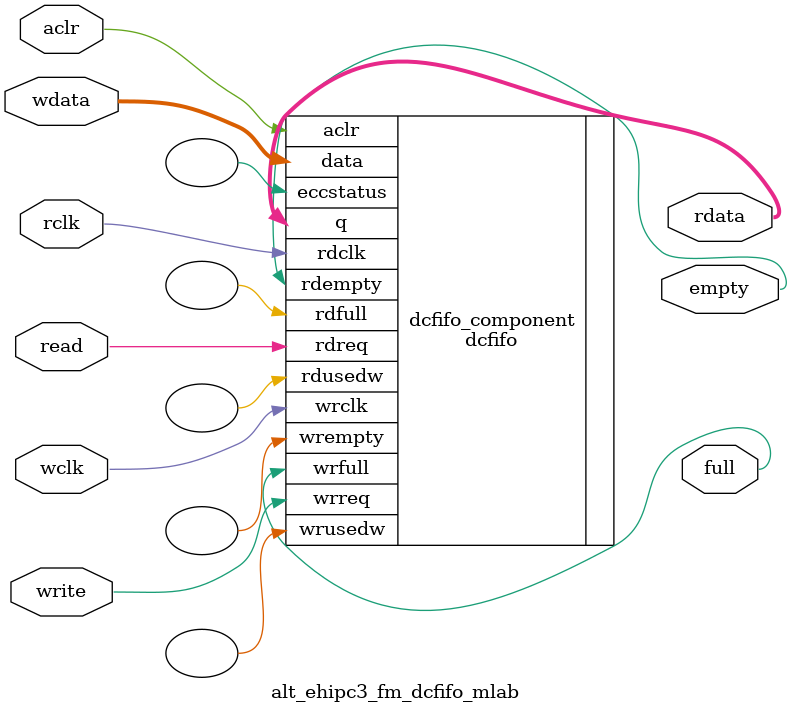
<source format=sv>


`timescale 1ns / 1ps
// synthesis translate_on

module alt_ehipc3_fm_dcfifo_mlab #(
    parameter WIDTH         = 32,
    parameter SYNC_ACLR_W   = "ON",
    parameter SYNC_ACLR_R   = "ON"
) (
    input   logic               aclr,

    input   logic               wclk,
    input   logic               write,
    input   logic   [WIDTH-1:0] wdata,
    output  logic               full,

    input   logic               rclk,
    input   logic               read,
    output  logic   [WIDTH-1:0] rdata,
    output  logic               empty
);

    dcfifo #(
        .enable_ecc             ("FALSE"),
        .intended_device_family ("Stratix 10"),
        .lpm_hint               ("RAM_BLOCK_TYPE=MLAB,MAXIMUM_DEPTH=32,DISABLE_DCFIFO_EMBEDDED_TIMING_CONSTRAINT=TRUE"),
        .lpm_numwords           (32),
        .lpm_showahead          ("OFF"),
        .lpm_type               ("dcfifo"),
        .lpm_width              (WIDTH),
        .lpm_widthu             (5),
        .overflow_checking      ("OFF"),
        .rdsync_delaypipe       (4),
        .read_aclr_synch        (SYNC_ACLR_R),
        .underflow_checking     ("OFF"),
        .use_eab                ("ON"),
        .write_aclr_synch       (SYNC_ACLR_W),
        .wrsync_delaypipe       (4)
    ) dcfifo_component (
        .aclr       (aclr),
        .data       (wdata),
        .rdclk      (rclk),
        .rdreq      (read),
        .wrclk      (wclk),
        .wrreq      (write),
        .q          (rdata),
        .rdempty    (empty),
        .wrfull     (full),
        .eccstatus  (/* unused */),
        .rdfull     (/* unused */),
        .rdusedw    (/* unused */),
        .wrempty    (/* unused */),
        .wrusedw    (/* unused */)
    );

endmodule
`ifdef QUESTA_INTEL_OEM
`pragma questa_oem_00 "saGjb1xDblePCNY2eWcU/WvrOpZ5y9L4HgH/STvXeTRjyVb5Hg3phAWHKa+Ja3uOaKCFTl5kfGSVJrSHGZIU2CdcxmhdytRqbQ0UcBPifegPrKd6dYg79K0bkZ61/NICQ+UJ9yoeMywH7wFow65pcDvjNEkGcPKTqnQsCsy/RLnS+cZK1GzMa0/iQAhI9wypwGpArU02scNBymXHbs0QD3gEL/csPen+0fxLO07kEh0n1GIJjvMKn3bM99kIGvuwtjddZTSP+enpln3zEt7OPQVtlf8DEzKaRsiYsWm1yc1r8E+M4ISqvlYKzZu+DoyRuvAU3yvXi6LddoRkSrZbrZu3yitH7oUuHgfgRSeDky22/R02au3CjgCYzLSKSgcr0yNcWk/YLGnfbetv00bQIWIh8mPHCeHRLeobVxd8fKdXVhiN7nNfYVqv7WHXGj227TU4DxvVuja2SNEK7kTPRK4v89o7WBn/XYVGpOohy1TbZH+XxUUpPlfje+BMvGFD47iQBCBIZoHgkkeaDDs+7kaumvdxONmoK8A+fSji5t2fWGIpNP+o2gbBUOKDN22ZVKT4bScWQLadFh4ftQQfS9K2rwuSary8rvMVbkQBNaxcFMgokEDaYZFgAPo2A4LQfq2rqW51y+7QRTw5MORt+rD+oLYsWBLbyiJxEqltGgD6Y7MYM3dMzB57ldHzn1tffIeLWp8rON7k2ydxwR6Ze6bW+PkZrQrgUHjp9hzfJLkTUEnCI4Ev+LXBwbtpaK4bJ0ylrYELl28mydQam1oVwr26NVm/h9pEcG2R3Spsr+K/0tUon/nCXN2La4tAjct0PzobGhjfYa/baCqskIMpvgdqKViWDA6SoPcHztzQwiYogTORhhOaqqs8HPgRWlpkhWNIQ5n8Y8vlmHC4yyJztMT3c/ZP5KCI8UUR2blNRH249l3PLOW0ca71uQRazios32868WAHn7+dwrQue3/1y7AqMcRrar9ckxdMBRSqTToIbEO3LjC0r95veDrXdRTv"
`endif
</source>
